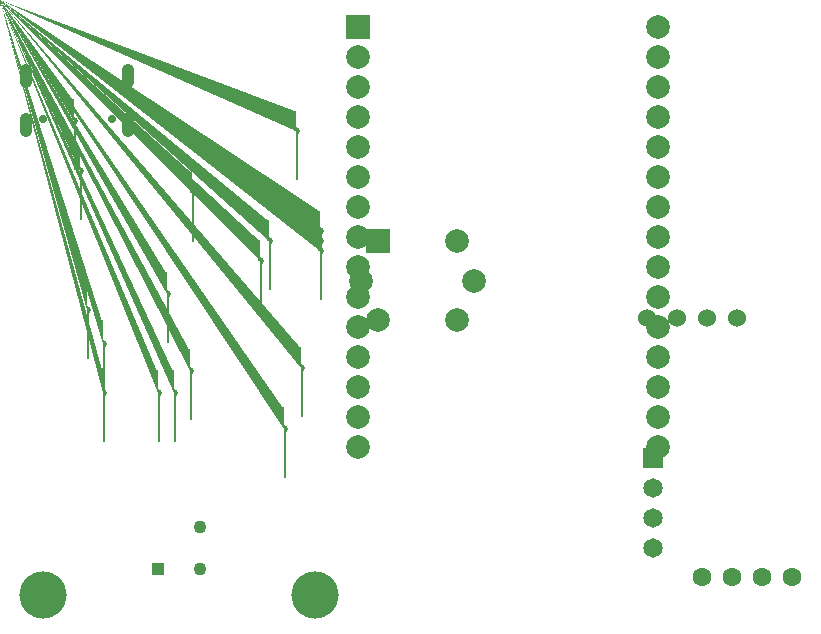
<source format=gbr>
%TF.GenerationSoftware,Flux,Pcbnew,7.0.11-7.0.11~ubuntu20.04.1*%
%TF.CreationDate,2024-04-08T19:48:30+00:00*%
%TF.ProjectId,input,696e7075-742e-46b6-9963-61645f706362,rev?*%
%TF.SameCoordinates,Original*%
%TF.FileFunction,Copper,L2,Inr*%
%TF.FilePolarity,Positive*%
%FSLAX46Y46*%
G04 Gerber Fmt 4.6, Leading zero omitted, Abs format (unit mm)*
G04 Filename: construction*
G04 Build it with Flux! Visit our site at: https://www.flux.ai (PCBNEW 7.0.11-7.0.11~ubuntu20.04.1) date 2024-04-08 19:48:30*
%MOMM*%
%LPD*%
G01*
G04 APERTURE LIST*
G04 Aperture macros list*
%AMFreePoly0*
4,1,5,1.000000,-1.000000,-1.000000,-1.000000,-1.000000,1.000000,1.000000,1.000000,1.000000,-1.000000,1.000000,-1.000000,$1*%
%AMFreePoly1*
4,1,5,0.550000,-0.550000,-0.550000,-0.550000,-0.550000,0.550000,0.550000,0.550000,0.550000,-0.550000,0.550000,-0.550000,$1*%
%AMFreePoly2*
4,1,129,0.022069,0.299187,0.036723,0.297744,0.051289,0.295583,0.065730,0.292711,0.080014,0.289133,0.094105,0.284858,0.107969,0.279898,0.121572,0.274263,0.134883,0.267967,0.147869,0.261026,0.160499,0.253456,0.172742,0.245275,0.184569,0.236504,0.195952,0.227163,0.206862,0.217274,0.217274,0.206862,0.227163,0.195952,0.236504,0.184569,0.245275,0.172742,0.253456,0.160499,
0.261026,0.147869,0.267967,0.134883,0.274263,0.121572,0.279898,0.107969,0.284858,0.094105,0.289133,0.080014,0.292711,0.065730,0.295583,0.051289,0.297744,0.036723,0.299187,0.022069,0.299910,0.007362,0.299910,-0.007362,0.299187,-0.022069,0.297744,-0.036723,0.295583,-0.051289,0.292711,-0.065730,0.289133,-0.080014,0.284858,-0.094105,0.279898,-0.107969,0.274263,-0.121572,
0.267967,-0.134883,0.261026,-0.147869,0.253456,-0.160499,0.245275,-0.172742,0.236504,-0.184569,0.227163,-0.195952,0.217274,-0.206862,0.206862,-0.217274,0.195952,-0.227163,0.184569,-0.236504,0.172742,-0.245275,0.160499,-0.253456,0.147869,-0.261026,0.134883,-0.267967,0.121572,-0.274263,0.107969,-0.279898,0.094105,-0.284858,0.080014,-0.289133,0.065730,-0.292711,0.051289,-0.295583,
0.036723,-0.297744,0.022069,-0.299187,0.007362,-0.299910,-0.007362,-0.299910,-0.022069,-0.299187,-0.036723,-0.297744,-0.051289,-0.295583,-0.065730,-0.292711,-0.080014,-0.289133,-0.094105,-0.284858,-0.107969,-0.279898,-0.121572,-0.274263,-0.134883,-0.267967,-0.147869,-0.261026,-0.160499,-0.253456,-0.172742,-0.245275,-0.184569,-0.236504,-0.195952,-0.227163,-0.206862,-0.217274,-0.217274,-0.206862,
-0.227163,-0.195952,-0.236504,-0.184569,-0.245275,-0.172742,-0.253456,-0.160499,-0.261026,-0.147869,-0.267967,-0.134883,-0.274263,-0.121572,-0.279898,-0.107969,-0.284858,-0.094105,-0.289133,-0.080014,-0.292711,-0.065730,-0.295583,-0.051289,-0.297744,-0.036723,-0.299187,-0.022069,-0.299910,-0.007362,-0.299910,0.007362,-0.299187,0.022069,-0.297744,0.036723,-0.295583,0.051289,-0.292711,0.065730,
-0.289133,0.080014,-0.284858,0.094105,-0.279898,0.107969,-0.274263,0.121572,-0.267967,0.134883,-0.261026,0.147869,-0.253456,0.160499,-0.245275,0.172742,-0.236504,0.184569,-0.227163,0.195952,-0.217274,0.206862,-0.206862,0.217274,-0.195952,0.227163,-0.184569,0.236504,-0.172742,0.245275,-0.160499,0.253456,-0.147869,0.261026,-0.134883,0.267967,-0.121572,0.274263,-0.107969,0.279898,
-0.094105,0.284858,-0.080014,0.289133,-0.065730,0.292711,-0.051289,0.295583,-0.036723,0.297744,-0.022069,0.299187,-0.007362,0.299910,0.007362,0.299910,0.022069,0.299187,0.022069,0.299187,$1*%
%AMFreePoly3*
4,1,5,0.825500,-0.825500,-0.825500,-0.825500,-0.825500,0.825500,0.825500,0.825500,0.825500,-0.825500,0.825500,-0.825500,$1*%
G04 Aperture macros list end*
%TA.AperFunction,ComponentPad*%
%ADD10C,2.000000*%
%TD*%
%TA.AperFunction,ComponentPad*%
%ADD11FreePoly0,0.000000*%
%TD*%
%TA.AperFunction,ComponentPad*%
%ADD12C,1.530000*%
%TD*%
%TA.AperFunction,ComponentPad*%
%ADD13O,1.050000X2.100000*%
%TD*%
%TA.AperFunction,ComponentPad*%
%ADD14C,0.700000*%
%TD*%
%TA.AperFunction,ComponentPad*%
%ADD15C,1.100000*%
%TD*%
%TA.AperFunction,ComponentPad*%
%ADD16FreePoly1,0.000000*%
%TD*%
%TA.AperFunction,ComponentPad*%
%ADD17FreePoly2,0.000000*%
%TD*%
%TA.AperFunction,ComponentPad*%
%ADD18C,4.000000*%
%TD*%
%TA.AperFunction,ComponentPad*%
%ADD19C,1.651000*%
%TD*%
%TA.AperFunction,ComponentPad*%
%ADD20FreePoly3,0.000000*%
%TD*%
%TA.AperFunction,ComponentPad*%
%ADD21C,1.600000*%
%TD*%
G04 APERTURE END LIST*
D10*
%TO.N,N/C*%
%TO.C,*%
X-17507400Y28438700D03*
X-17507400Y-2041300D03*
X7892600Y5578700D03*
X7892600Y3038700D03*
X7892600Y-2041300D03*
X-17507400Y5578700D03*
X-17507400Y-4581300D03*
X7892600Y-4581300D03*
X7892600Y23358700D03*
X7892600Y13198700D03*
X7892600Y25898700D03*
X-17507400Y18278700D03*
X7892600Y498700D03*
X7892600Y18278700D03*
X7892600Y10658700D03*
X-17507400Y10658700D03*
X-17507400Y13198700D03*
X7892600Y30978700D03*
X-17507400Y23358700D03*
X-17507400Y25898700D03*
X-17507400Y15738700D03*
X7892600Y15738700D03*
X-17507400Y498700D03*
X-17507400Y8118700D03*
X7892600Y20818700D03*
X7892600Y8118700D03*
X-17507400Y3038700D03*
X7892600Y28438700D03*
D11*
X-17507400Y30978700D03*
D10*
X-17507400Y20818700D03*
D12*
X6934200Y6325100D03*
X12014200Y6325100D03*
X14554200Y6325100D03*
X9474200Y6325100D03*
D10*
X-7722500Y9464600D03*
X-15832500Y6104600D03*
D11*
X-15832500Y12824600D03*
D10*
X-9112500Y12824600D03*
X-9112500Y6104600D03*
X-17222500Y9464600D03*
D13*
X-36947000Y26837189D03*
X-36947011Y22657189D03*
X-45587000Y26837211D03*
X-45587011Y22657211D03*
D14*
X-44157010Y23187208D03*
X-38377010Y23187192D03*
D15*
X-30871000Y-11366800D03*
X-30871000Y-14958800D03*
D16*
X-34463000Y-14958800D03*
D17*
%TO.N,Net 12*%
X-25817000Y11137200D03*
X-41017000Y18787200D03*
%TO.N,GND*%
X-33667000Y8356900D03*
X-40417000Y6991800D03*
%TO.N,Net 5*%
X-23757000Y-3103300D03*
X-22302000Y2101200D03*
%TO.N,Net 8*%
X-39116800Y4112200D03*
X-31576800Y16862000D03*
%TO.N,Net 9*%
X-22761300Y22187200D03*
X-39116800Y-47200D03*
%TO.N,Net 18*%
X-31767000Y1793700D03*
X-20717000Y13687200D03*
%TO.N,Net 15*%
X-20717000Y11987200D03*
X-34417000Y-47200D03*
%TO.N,Net 23*%
X-25017000Y12837200D03*
X-41517000Y22950200D03*
%TO.N,Net 14*%
X-33092100Y-47200D03*
X-20717000Y12837200D03*
D18*
%TO.N,N/C*%
X-44167000Y-17162800D03*
X-21167000Y-17162800D03*
D19*
X7429200Y-10609900D03*
D20*
X7429200Y-5529900D03*
D19*
X7429200Y-13149900D03*
X7429200Y-8069900D03*
D21*
X19273800Y-15605000D03*
X11653800Y-15605000D03*
X16733800Y-15605000D03*
X14193800Y-15605000D03*
%TD*%
M02*

</source>
